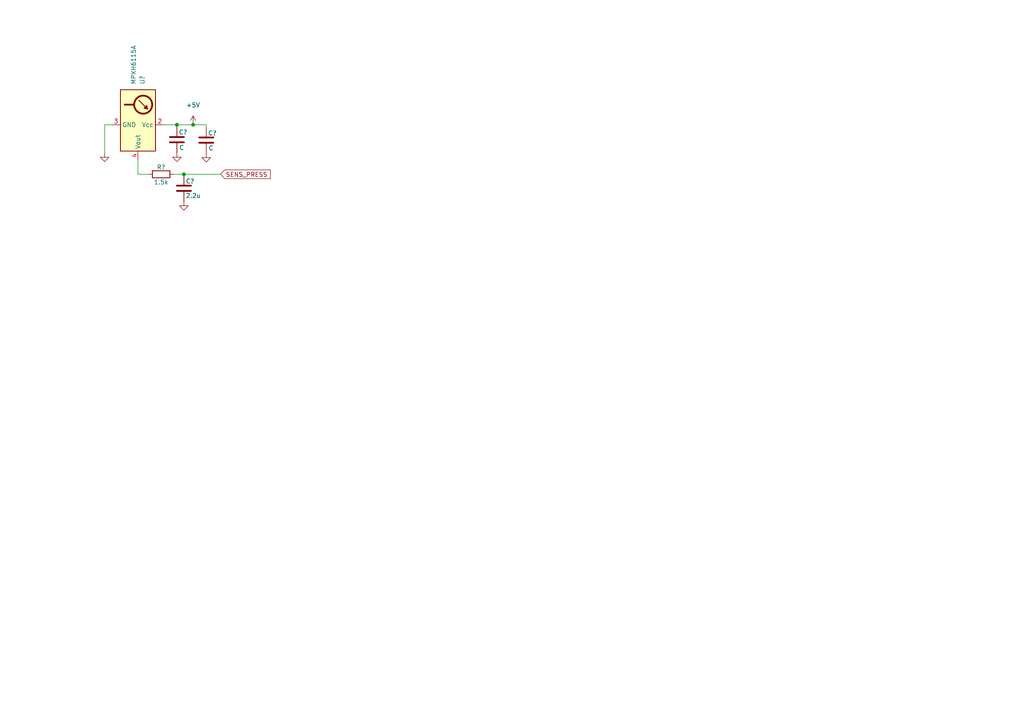
<source format=kicad_sch>
(kicad_sch (version 20211123) (generator eeschema)
  (paper "A4")
  (lib_symbols
    (symbol "Device:C" (pin_numbers hide) (pin_names (offset 0.254))
      (property "Reference" "C" (at 0.635 2.54 0))
      (property "Value" "C" (at 0.635 -2.54 0))
      (symbol "C_0_1"
        (polyline (pts (xy -2.032 -0.762) (xy 2.032 -0.762)) (stroke (width 0.508)))
        (polyline (pts (xy -2.032 0.762) (xy 2.032 0.762)) (stroke (width 0.508)))
      )
      (symbol "C_1_1"
        (pin passive line (at 0 3.81 270) (length 2.794) (name "~") (number "1"))
        (pin passive line (at 0 -3.81 90) (length 2.794) (name "~") (number "2"))
      )
    )
    (symbol "Device:R" (pin_numbers hide) (pin_names (offset 0))
      (property "Reference" "R" (at 2.032 0 90))
      (property "Value" "R" (at 0 0 90))
      (symbol "R_0_1"
        (rectangle (start -1.016 -2.54) (end 1.016 2.54) (stroke (width 0.254)))
      )
      (symbol "R_1_1"
        (pin passive line (at 0 3.81 270) (length 1.27) (name "~") (number "1"))
        (pin passive line (at 0 -3.81 90) (length 1.27) (name "~") (number "2"))
      )
    )
    (symbol "Sensor_Pressure:MPXH6115A"
      (property "Reference" "U" (at -10.16 6.35 0))
      (property "Value" "MPXH6115A" (at 1.27 6.35 0))
      (symbol "MPXH6115A_0_1"
        (circle (center -5.842 1.524) (radius 2.6162) (stroke (width 0.508)))
        (polyline (pts (xy -7.112 0.254) (xy -4.572 2.794)) (stroke (width 0.254)))
        (polyline (pts (xy -5.842 -1.27) (xy -5.842 -3.81)) (stroke (width 0.508)))
        (polyline (pts (xy -4.572 2.794) (xy -4.826 1.778) (xy -5.588 2.54) (xy -4.572 2.794)) (stroke (width 0.254)) (fill (type outline)))
        (rectangle (start 7.62 5.08) (end -10.16 -5.08) (stroke (width 0.254)) (fill (type background)))
      )
      (symbol "MPXH6115A_1_1"
        (pin no_connect line (at 5.08 -5.08 90) (length 2.54) hide (name "NC") (number "1"))
        (pin power_in line (at 0 7.62 270) (length 2.54) (name "Vcc") (number "2"))
        (pin power_in line (at 0 -7.62 90) (length 2.54) (name "GND") (number "3"))
        (pin output line (at 10.16 0 180) (length 2.54) (name "Vout") (number "4"))
        (pin no_connect line (at -7.62 -5.08 90) (length 2.54) hide (name "NC") (number "5"))
        (pin no_connect line (at -5.08 -5.08 90) (length 2.54) hide (name "NC") (number "6"))
        (pin no_connect line (at -2.54 -5.08 90) (length 2.54) hide (name "NC") (number "7"))
        (pin no_connect line (at 2.54 -5.08 90) (length 2.54) hide (name "NC") (number "8"))
      )
    )
    (symbol "power:+5V" (power) (pin_names (offset 0))
      (property "Value" "+5V" (at 0 3.556 0))
      (symbol "+5V_0_1"
        (polyline (pts (xy -0.762 1.27) (xy 0 2.54)))
        (polyline (pts (xy 0 0) (xy 0 2.54)))
        (polyline (pts (xy 0 2.54) (xy 0.762 1.27)))
      )
      (symbol "+5V_1_1"
        (pin power_in line (at 0 0 90) (length 0) hide (name "+5V") (number "1"))
      )
    )
    (symbol "power:GND" (power) (pin_names (offset 0))
      (property "Value" "GND" (at 0 -3.81 0))
      (symbol "GND_0_1"
        (polyline (pts (xy 0 0) (xy 0 -1.27) (xy 1.27 -1.27) (xy 0 -2.54) (xy -1.27 -1.27) (xy 0 -1.27)))
      )
      (symbol "GND_1_1"
        (pin power_in line (at 0 0 270) (length 0) hide (name "GND") (number "1"))
      )
    )
  )
  (junction (at 56.007 36.195))
  (junction (at 53.34 50.546))
  (junction (at 51.308 36.195))
  (wire (pts (xy 40.005 46.355) (xy 40.005 50.546)))
  (wire (pts (xy 32.385 36.195) (xy 30.353 36.195)))
  (wire (pts (xy 56.007 36.195) (xy 59.817 36.195)))
  (wire (pts (xy 40.005 50.546) (xy 42.926 50.546)))
  (wire (pts (xy 59.817 36.195) (xy 59.817 36.83)))
  (wire (pts (xy 53.34 50.546) (xy 53.34 50.8)))
  (wire (pts (xy 30.353 36.195) (xy 30.353 44.323)))
  (wire (pts (xy 50.546 50.546) (xy 53.34 50.546)))
  (wire (pts (xy 53.34 50.546) (xy 64.008 50.546)))
  (wire (pts (xy 51.308 36.195) (xy 51.308 36.703)))
  (wire (pts (xy 51.308 36.195) (xy 56.007 36.195)))
  (wire (pts (xy 47.625 36.195) (xy 51.308 36.195)))
  (global_label "SENS_PRESS" (shape input) (at 64.008 50.546 0) (property "Intersheet References" "${INTERSHEET_REFS}" (effects hide)))
  (symbol (lib_id "Sensor_Pressure:MPXH6115A") (at 40.005 36.195 270) (unit 1)
    (property "Reference" "U?" (at 41.2751 24.511 0) (effects (justify right)))
    (property "Value" "MPXH6115A" (at 38.7351 24.511 0) (effects (justify right)))
    (property "Datasheet" "http://www.nxp.com/files/sensors/doc/data_sheet/MPXA6115A.pdf" (effects hide))
  )
  (symbol (lib_id "power:GND") (at 30.353 44.323 0) (unit 1)
    (property "Reference" "#PWR?" (effects hide))
    (property "Value" "GND" (effects hide))
  )
  (symbol (lib_id "power:GND") (at 53.34 58.42 0) (unit 1)
    (property "Reference" "#PWR?" (effects hide))
    (property "Value" "GND" (effects hide))
  )
  (symbol (lib_id "power:+5V") (at 56.007 36.195 0) (unit 1)
    (property "Reference" "#PWR?" (effects hide))
    (property "Value" "+5V" (at 56.007 30.48 0))
  )
  (symbol (lib_id "Device:R") (at 46.736 50.546 90) (unit 1)
    (property "Reference" "R?" (at 46.736 48.514 90))
    (property "Value" "1.5k" (at 46.736 52.832 90))
  )
  (symbol (lib_id "Device:C") (at 51.308 40.513 0) (unit 1)
    (property "Reference" "C?" (at 51.816 38.354 0) (effects (justify left)))
    (property "Value" "C" (at 51.943 42.799 0) (effects (justify left)))
  )
  (symbol (lib_id "Device:C") (at 59.817 40.64 0) (unit 1)
    (property "Reference" "C?" (at 60.325 38.608 0) (effects (justify left)))
    (property "Value" "C" (at 60.452 42.926 0) (effects (justify left)))
  )
  (symbol (lib_id "power:GND") (at 59.817 44.45 0) (unit 1)
    (property "Reference" "#PWR?" (effects hide))
    (property "Value" "GND" (effects hide))
  )
  (symbol (lib_id "power:GND") (at 51.308 44.323 0) (unit 1)
    (property "Reference" "#PWR?" (effects hide))
    (property "Value" "GND" (effects hide))
  )
  (symbol (lib_id "Device:C") (at 53.34 54.61 0) (unit 1)
    (property "Reference" "C?" (at 53.848 52.578 0) (effects (justify left)))
    (property "Value" "2.2u" (at 53.848 56.769 0) (effects (justify left)))
  )
)
</source>
